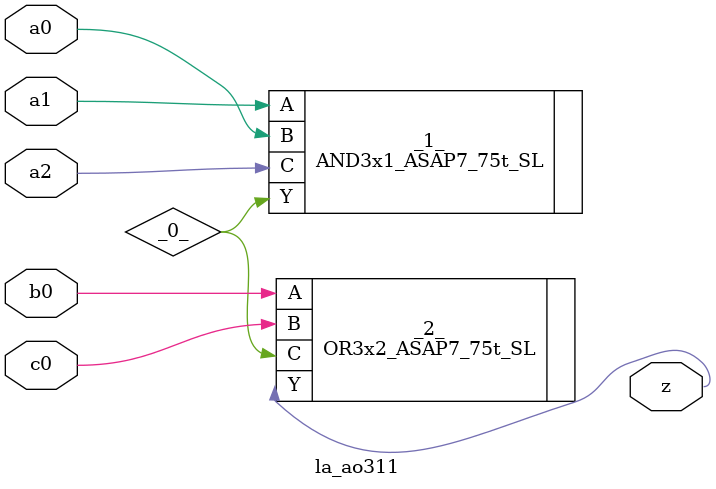
<source format=v>

/* Generated by Yosys 0.37 (git sha1 a5c7f69ed, clang 14.0.0-1ubuntu1.1 -fPIC -Os) */

module la_ao311(a0, a1, a2, b0, c0, z);
  wire _0_;
  input a0;
  wire a0;
  input a1;
  wire a1;
  input a2;
  wire a2;
  input b0;
  wire b0;
  input c0;
  wire c0;
  output z;
  wire z;
  AND3x1_ASAP7_75t_SL _1_ (
    .A(a1),
    .B(a0),
    .C(a2),
    .Y(_0_)
  );
  OR3x2_ASAP7_75t_SL _2_ (
    .A(b0),
    .B(c0),
    .C(_0_),
    .Y(z)
  );
endmodule

</source>
